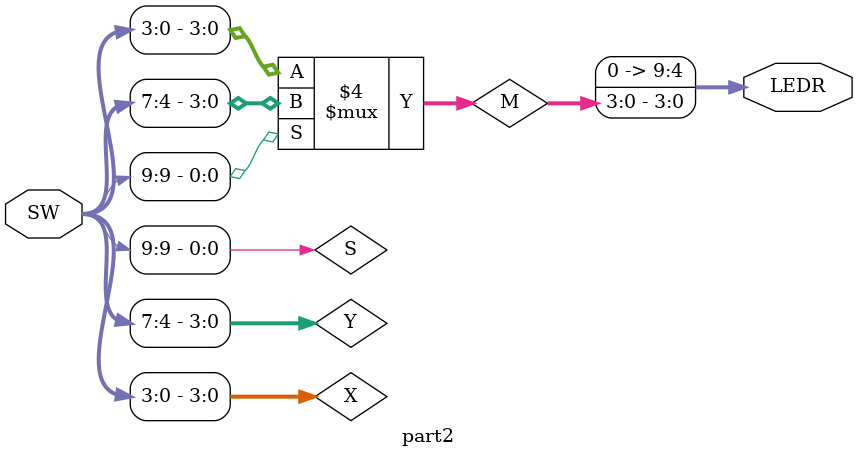
<source format=v>
/* Lab Part 2
	Codigo realizado por Enrique Zetina Martinez
	Correo: enrique.zetina@iteso.mx
	
	four-bit wide 2-to-1 multiplexer
*/
	
module part2 (SW, LEDR);


	input [9:0] SW; // toggle switches
	output [9:0] LEDR; // red LEDs



wire [3:0] X; 	
wire [3:0] Y;	//interconnection within the architecture internally
reg [3:0] M;	//variable that allows the description to be made in procedures
wire S;

assign S = SW[9];	//just a simple assignation
assign X = SW[3:0];
assign Y = SW[7:4];
assign LEDR = M;


always @(X or Y or S)	//to star a case or a coindition need to be in an always
begin
if(S==0)
	M=X;
	
else 
	M=Y;


end

endmodule
</source>
